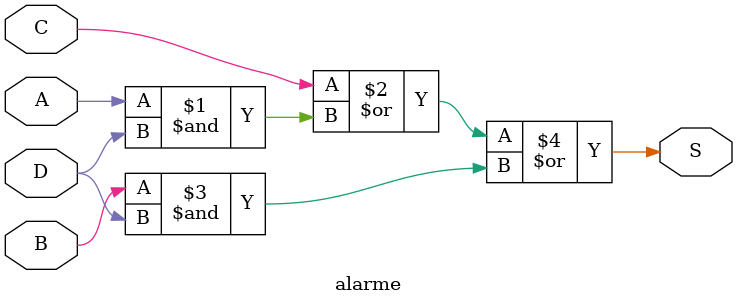
<source format=v>
module alarme(A,B,C,D, S);
    input A, B, C, D;
    output S;

    assign S = C | (A & D) | (B & D);
endmodule

</source>
